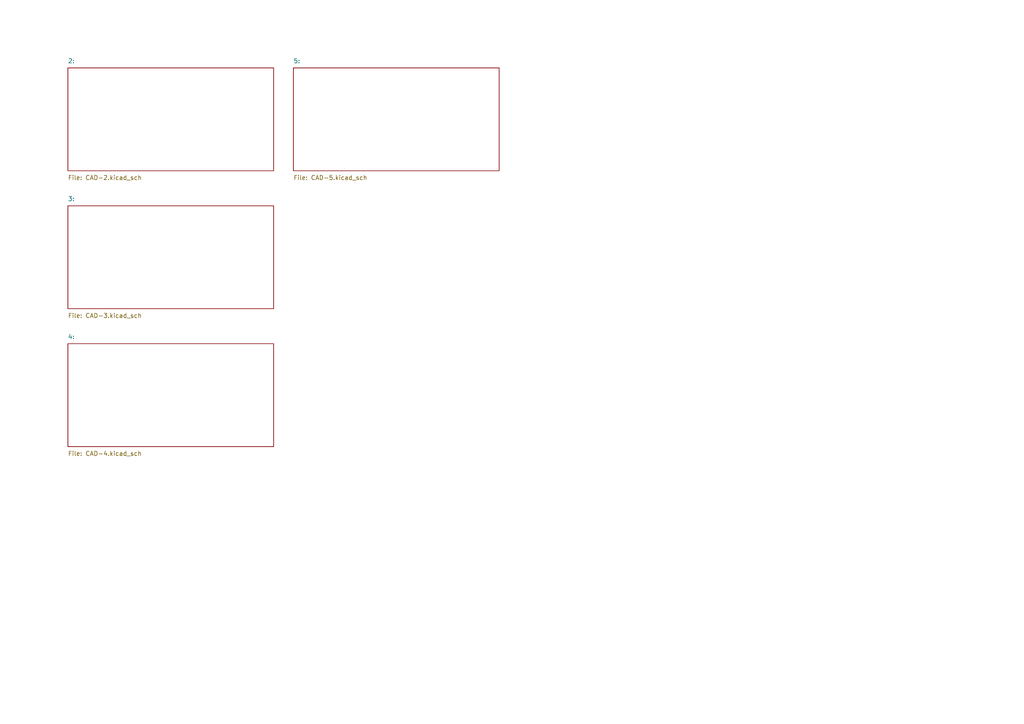
<source format=kicad_sch>
(kicad_sch (version 20230121) (generator jitx)
  (paper "A4")
  (title_block (title "") (date "") (rev "") (company "") (comment 1 "") (comment 2 "") (comment 3 "") (comment 4 ""))
  (lib_symbols
    (symbol "GND"
      (property "Value" "GND" (at -2.54 -3.81 0.0))
      (symbol "GND_1_0"
        (pin power_in line (at 0.0 0.0 270) (length 0.0) (name "GND") (number "~"))
        (polyline (pts (xy 0.0 0.0) (xy 0.0 -1.27)) (stroke (width 0.127)))
        (polyline (pts (xy -1.27 -1.27) (xy 1.27 -1.27)) (stroke (width 0.254)))
        (polyline (pts (xy -0.762 -1.778) (xy 0.762 -1.778)) (stroke (width 0.254)))
        (polyline (pts (xy -0.254 -2.286) (xy 0.254 -2.286)) (stroke (width 0.254)))
      )
    )
    (symbol "header_symbol"
      (property "Reference" "U" (at -2.54 3.81 0.0))
      (property "Value" "header_symbol" (at -2.54 3.175 0.0))
      (symbol "header_symbol_1_0"
        (pin unspecified line (at -5.08 1.27 0) (length 2.54) (name "1") (number "~"))
        (pin unspecified line (at -5.08 -1.27 0) (length 2.54) (name "2") (number "~"))
        (rectangle (start -2.56032 -2.54) (end -0.0203200000000001 2.54) (stroke (width 0.0)))
      )
    )
    (symbol "ALTIUM_POWER_GND_POWER"
      (property "Value" "ALTIUM_POWER_GND_POWER" (at 19.05 -6.35 0.0))
      (symbol "ALTIUM_POWER_GND_POWER_1_0"
        (pin unspecified line (at 0.0 0.0 0) (length 0.0) (name "0") (number "~"))
        (polyline (pts (xy 0.0 0.0) (xy 3.2258 0.0)) (stroke (width 0.127)))
        (polyline (pts (xy 3.2258 -3.556) (xy 3.2258 3.556)) (stroke (width 0.254)))
        (polyline (pts (xy 4.306443 -2.7432) (xy 4.306443 2.7432)) (stroke (width 0.254)))
        (polyline (pts (xy 5.370957 -1.9558) (xy 5.370957 1.9558)) (stroke (width 0.254)))
        (polyline (pts (xy 6.4516 -1.1684) (xy 6.4516 1.1684)) (stroke (width 0.254)))
      )
    )
    (symbol "Sym0402WGJ0750TCE"
      (symbol "Sym0402WGJ0750TCE_1_0"
        (pin unspecified line (at 5.08001016002032 0.0 180) (length 2.54000508001016) (name "2") (number "~"))
        (pin unspecified line (at -5.08001016002032 0.0 0) (length 2.54000508001016) (name "1") (number "~"))
        (rectangle (start -2.54000508001016 -1.01600203200406) (end 2.54000508001016 1.01600203200406) (stroke (width 0.0)))
      )
    )
    (symbol "box_symbol_11L_8R_0T_0B"
      (property "Reference" "U" (at -17.78 16.602 0.0))
      (property "Value" "box_symbol_11L_8R_0T_0B" (at -17.78 15.54 0.0))
      (symbol "box_symbol_11L_8R_0T_0B_1_0"
        (pin unspecified line (at -19.05 12.7 0) (length 2.54) (name "L0") (number "~"))
        (pin unspecified line (at -19.05 10.16 0) (length 2.54) (name "L1") (number "~"))
        (pin unspecified line (at -19.05 7.62 0) (length 2.54) (name "L2") (number "~"))
        (pin unspecified line (at -19.05 5.08 0) (length 2.54) (name "L3") (number "~"))
        (pin unspecified line (at -19.05 2.54 0) (length 2.54) (name "L4") (number "~"))
        (pin unspecified line (at -19.05 0.0 0) (length 2.54) (name "L5") (number "~"))
        (pin unspecified line (at -19.05 -2.54 0) (length 2.54) (name "L6") (number "~"))
        (pin unspecified line (at -19.05 -5.08 0) (length 2.54) (name "L7") (number "~"))
        (pin unspecified line (at -19.05 -7.62 0) (length 2.54) (name "L8") (number "~"))
        (pin unspecified line (at -19.05 -10.16 0) (length 2.54) (name "L9") (number "~"))
        (pin unspecified line (at -19.05 -12.7 0) (length 2.54) (name "L10") (number "~"))
        (pin unspecified line (at 19.05 8.89 180) (length 2.54) (name "R0") (number "~"))
        (pin unspecified line (at 19.05 6.35 180) (length 2.54) (name "R1") (number "~"))
        (pin unspecified line (at 19.05 3.81 180) (length 2.54) (name "R2") (number "~"))
        (pin unspecified line (at 19.05 1.27 180) (length 2.54) (name "R3") (number "~"))
        (pin unspecified line (at 19.05 -1.27 180) (length 2.54) (name "R4") (number "~"))
        (pin unspecified line (at 19.05 -3.81 180) (length 2.54) (name "R5") (number "~"))
        (pin unspecified line (at 19.05 -6.35 180) (length 2.54) (name "R6") (number "~"))
        (pin unspecified line (at 19.05 -8.89 180) (length 2.54) (name "R7") (number "~"))
        (rectangle (start -16.51 -15.24) (end 16.51 15.24) (stroke (width 0.0)))
      )
    )
    (symbol "ground_sym"
      (property "Value" "ground_sym" (at -2.54 -3.81 0.0))
      (symbol "ground_sym_1_0"
        (pin unspecified line (at 0.0 0.0 270) (length 0.0) (name "0") (number "~"))
        (polyline (pts (xy 0.0 0.0) (xy 0.0 -1.27)) (stroke (width 0.127)))
        (polyline (pts (xy -1.27 -1.27) (xy 1.27 -1.27)) (stroke (width 0.254)))
        (polyline (pts (xy -0.762 -1.778) (xy 0.762 -1.778)) (stroke (width 0.254)))
        (polyline (pts (xy -0.254 -2.286) (xy 0.254 -2.286)) (stroke (width 0.254)))
      )
    )
    (symbol "generic_symbol"
      (property "Reference" "U" (at -2.54 3.902 0.0))
      (property "Value" "generic_symbol" (at -2.54 2.84 0.0))
      (symbol "generic_symbol_1_0"
        (rectangle (start -2.54 -2.54) (end 2.54 2.54) (stroke (width 0.0)))
      )
    )
    (symbol "diode_sym"
      (property "Reference" "U" (at 2.54 1.27 0.0))
      (property "Value" "diode_sym" (at 2.54 -1.27 0.0))
      (symbol "diode_sym_1_0"
        (pin unspecified line (at 0.0 2.54 270) (length 0.0) (name "a") (number "~"))
        (pin unspecified line (at 0.0 -2.54 90) (length 0.0) (name "c") (number "~"))
        (circle (center 0.0 0.0) (radius 1.905) (stroke (width 0.0)))
        (polyline (pts (xy 1.27 0.254) (xy 2.286 -0.762)) (stroke (width 0.127)))
        (polyline (pts (xy 1.27 -0.508) (xy 2.286 -1.524)) (stroke (width 0.127)))
        (polyline (pts (xy 1.905 -0.762) (xy 2.286 -0.762) (xy 2.286 -0.381)) (stroke (width 0.127)))
        (polyline (pts (xy 1.905 -1.524) (xy 2.286 -1.524) (xy 2.286 -1.143)) (stroke (width 0.127)))
        (polyline (pts (xy 0.0 2.54) (xy 0.0 1.016)) (stroke (width 0.127)))
        (polyline (pts (xy 0.0 -1.016) (xy 1.27 1.016) (xy -1.27 1.016) (xy 0.0 -1.016)) (stroke (width 0.0)) (fill (type background)))
        (polyline (pts (xy 0.0 -1.016) (xy 0.0 -2.54)) (stroke (width 0.127)))
        (polyline (pts (xy -1.27 -1.016) (xy 1.27 -1.016)) (stroke (width 0.127)))
      )
    )
    (symbol "RS_02K470JT"
      (symbol "RS_02K470JT_1_0"
        (pin unspecified line (at 5.08001016002032 0.0 180) (length 2.54000508001016) (name "2") (number "~"))
        (pin unspecified line (at -5.08001016002032 0.0 0) (length 2.54000508001016) (name "1") (number "~"))
        (rectangle (start -2.54000508001016 -1.01600203200406) (end 2.54000508001016 1.01600203200406) (stroke (width 0.0)))
      )
    )
    (symbol "JITX_symbol"
      (property "Reference" "U" (at -2.54 3.902 0.0))
      (property "Value" "JITX_symbol" (at -2.54 2.84 0.0))
      (symbol "JITX_symbol_1_0"
        (polyline (pts (xy 8.80626775 4.1641535) (xy 9.6444795 5.3075045) (xy 10.64306775 2.736906) (xy 9.40420775 2.7367485) (xy 8.80626775 4.1641535)) (stroke (width 0.0)))
        (polyline (pts (xy 9.6444795 5.3075045) (xy 11.204365675778 7.41173405617841)) (stroke (width 0.0)))
        (arc (start 11.204365675778 7.41173405617841) (mid 11.5715164132218 7.68647346428221) (end 12.02033525 7.780511) (stroke (width 0.0)))
        (polyline (pts (xy 12.02033525 7.780511) (xy 10.7521741568897 7.77915244080762)) (stroke (width 0.0)))
        (arc (start 10.7521741568897 7.77915244080762) (mid 10.3244289019203 7.71659474940583) (end 9.95883526617392 7.48589849585123) (stroke (width 0.0)))
        (polyline (pts (xy 9.95883526617392 7.48589849585123) (xy 9.2135315 6.41686525)) (stroke (width 0.0)))
        (polyline (pts (xy 9.2135315 6.41686525) (xy 9.6444795 5.3075045)) (stroke (width 0.0)))
        (polyline (pts (xy 4.80545275 2.7367835) (xy 5.52213025 2.736801) (xy 6.09744275 6.006396) (xy 7.04751775 6.007796) (xy 7.17619525 6.746366) (xy 6.22827275 6.7467685) (xy 6.35336275 7.4639535) (xy 5.63701775 7.463901) (xy 4.80545275 2.7367835)) (stroke (width 0.0)))
        (arc (start 4.81951158629631 7.46403410472138) (mid 4.56761122169657 7.38909574502682) (end 4.39731705832001 7.1889221969265) (stroke (width 0.0)))
        (polyline (pts (xy 4.39731705832001 7.1889221969265) (xy 4.39731771337896 7.18892347769723)) (stroke (width 0.0)))
        (arc (start 4.39731771337896 7.18892347769723) (mid 4.37903669579069 6.93835280018836) (end 4.54329029777422 6.74824595058332) (stroke (width 0.0)))
        (polyline (pts (xy 4.54329029777422 6.74824595058332) (xy 4.54329042972881 6.74824604286013)) (stroke (width 0.0)))
        (arc (start 4.54329042972881 6.74824604286013) (mid 4.8347064457627 6.7584952028342) (end 5.05014573460892 6.95500029819479) (stroke (width 0.0)))
        (polyline (pts (xy 5.05014573460892 6.95500029819479) (xy 5.0501454400865 6.95500033093321)) (stroke (width 0.0)))
        (arc (start 5.0501454400865 6.95500033093321) (mid 5.11292088648779 7.19473733498076) (end 4.98779016906679 7.4086459400865) (stroke (width 0.0)))
        (polyline (pts (xy 4.98779016906679 7.4086459400865) (xy 4.98779016800714 7.40864611461444)) (stroke (width 0.0)))
        (arc (start 4.98779016800714 7.40864611461444) (mid 4.90690057503162 7.44621327349144) (end 4.81951161284777 7.46403424333775) (stroke (width 0.0)))
        (polyline (pts (xy 4.81951161284777 7.46403424333775) (xy 4.81951158629631 7.46403410472138)) (stroke (width 0.0)))
        (polyline (pts (xy 3.89443775 6.3231635) (xy 3.17699025 6.3231985)) (stroke (width 0.0)))
        (polyline (pts (xy 3.17699025 6.3231985) (xy 2.52209151060913 2.60191506576061)) (stroke (width 0.0)))
        (arc (start 2.52209151060913 2.60191506576061) (mid 2.05675349031717 1.92653195318543) (end 1.2808715 1.660658) (stroke (width 0.0)))
        (polyline (pts (xy 1.2808715 1.660658) (xy 1.16204986761718 0.946150157081704)) (stroke (width 0.0)))
        (arc (start 1.16204986761718 0.946150157081704) (mid 2.47433952610446 1.46740670189427) (end 3.24900260539611 2.64796150657934) (stroke (width 0.0)))
        (polyline (pts (xy 3.24900260539611 2.64796150657934) (xy 3.89443775 6.3231635)) (stroke (width 0.0)))
        (arc (start 4.6536755 2.739566) (mid 4.47355971115545 2.84819051977396) (end 4.42300775 3.05236075) (stroke (width 0.0)))
        (polyline (pts (xy 4.42300775 3.05236075) (xy 4.93274772036982 5.99834598533872)) (stroke (width 0.0)))
        (arc (start 4.93274772036982 5.99834598533872) (mid 4.87164254214732 6.21359196465728) (end 4.67623276466128 6.32258597036982) (stroke (width 0.0)))
        (polyline (pts (xy 4.67623276466128 6.32258597036982) (xy 4.03524193183806 6.32123973631567)) (stroke (width 0.0)))
        (arc (start 4.03524193183806 6.32123973631567) (mid 4.22213158850411 6.21328643348833) (end 4.27976525 6.005296) (stroke (width 0.0)))
        (polyline (pts (xy 4.27976525 6.005296) (xy 3.7661802699951 3.02495606296363)) (stroke (width 0.0)))
        (arc (start 3.7661802699951 3.02495606296363) (mid 3.84086820737184 2.8260933338554) (end 4.03429774834461 2.73828851794516) (stroke (width 0.0)))
        (polyline (pts (xy 4.03429774834461 2.73828851794516) (xy 4.6536755 2.739566)) (stroke (width 0.0)))
        (polyline (pts (xy 8.80626775 4.1641535) (xy 9.6444795 5.3075045)) (stroke (width 0.0)))
        (polyline (pts (xy 9.6444795 5.3075045) (xy 9.2135315 6.41686525)) (stroke (width 0.0)))
        (polyline (pts (xy 9.2135315 6.41686525) (xy 8.68532525 7.776591)) (stroke (width 0.0)))
        (polyline (pts (xy 8.68532525 7.776591) (xy 7.36731275 7.777781)) (stroke (width 0.0)))
        (polyline (pts (xy 7.36731275 7.777781) (xy 8.31381775 5.253301)) (stroke (width 0.0)))
        (polyline (pts (xy 8.31381775 5.253301) (xy 6.69911401210568 3.12239450877699)) (stroke (width 0.0)))
        (arc (start 6.69911401210568 3.12239450877699) (mid 6.34438927313888 2.86083653042072) (end 5.92142775 2.7369585) (stroke (width 0.0)))
        (polyline (pts (xy 5.92142775 2.7369585) (xy 7.20697795987015 2.73714213727357)) (stroke (width 0.0)))
        (arc (start 7.20697795987015 2.73714213727357) (mid 7.6509829133912 2.835530220617) (end 8.01080546865927 3.11364592030973) (stroke (width 0.0)))
        (polyline (pts (xy 8.01080546865927 3.11364592030973) (xy 8.80626775 4.1641535)) (stroke (width 0.0)))
      )
    )
    (symbol "test_point_sym"
      (property "Reference" "U" (at -2.54 1.905 0.0))
      (symbol "test_point_sym_1_0"
        (pin unspecified line (at 2.54 0.0 180) (length 0.0) (name "p") (number "~"))
        (circle (center -1.27 0.0) (radius 0.635) (stroke (width 0.0)))
        (polyline (pts (xy -0.635 0.0) (xy 2.54 0.0)) (stroke (width 0.254)))
      )
    )
    (symbol "RS_02K470JT_1"
      (symbol "RS_02K470JT_1_1_0"
        (pin unspecified line (at 5.08001016002032 0.0 180) (length 2.54000508001016) (name "2") (number "~"))
        (pin unspecified line (at -5.08001016002032 0.0 0) (length 2.54000508001016) (name "1") (number "~"))
        (rectangle (start -2.54000508001016 -1.01600203200406) (end 2.54000508001016 1.01600203200406) (stroke (width 0.0)))
      )
    )
    (symbol "unplated_hole_sym"
      (property "Reference" "U" (at -2.54 1.905 0.0))
      (symbol "unplated_hole_sym_1_0"
        (circle (center -1.27 0.0) (radius 0.635) (stroke (width 0.0)) (fill (type background)))
        (circle (center -1.27 0.0) (radius 1.143) (stroke (width 0.0)))
      )
    )
    (symbol "CC2"
      (property "Reference" "TXT" (at -2.54 3.902 0.0))
      (property "Value" "CC2" (at -2.54 2.84 0.0))
      (symbol "CC2_1_0"
        (rectangle (start -2.54 -2.54) (end 2.54 2.54) (stroke (width 0.0)))
      )
    )
    (symbol "C1096"
      (symbol "C1096_1_0"
        (pin unspecified line (at 5.08001016002032 0.0 180) (length 2.54000508001016) (name "2") (number "2"))
        (pin unspecified line (at -5.08001016002032 0.0 0) (length 2.54000508001016) (name "1") (number "1"))
        (rectangle (start -2.54000508001016 -1.01600203200406) (end 2.54000508001016 1.01600203200406) (stroke (width 0.0)))
      )
    )
    (symbol "LED_maker_ROYGBIV"
      (property "Reference" "LED" (at 2.54 1.27 0.0))
      (property "Value" "LED_maker_ROYGBIV" (at 2.54 -1.27 0.0))
      (symbol "LED_maker_ROYGBIV_1_0"
        (pin unspecified line (at 0.0 2.54 270) (length 0.0) (name "a") (number "1"))
        (pin unspecified line (at 0.0 -2.54 90) (length 0.0) (name "c") (number "2"))
        (circle (center 0.0 0.0) (radius 1.905) (stroke (width 0.0)))
        (polyline (pts (xy 1.27 0.254) (xy 2.286 -0.762)) (stroke (width 0.127)))
        (polyline (pts (xy 1.27 -0.508) (xy 2.286 -1.524)) (stroke (width 0.127)))
        (polyline (pts (xy 1.905 -0.762) (xy 2.286 -0.762) (xy 2.286 -0.381)) (stroke (width 0.127)))
        (polyline (pts (xy 1.905 -1.524) (xy 2.286 -1.524) (xy 2.286 -1.143)) (stroke (width 0.127)))
        (polyline (pts (xy 0.0 2.54) (xy 0.0 1.016)) (stroke (width 0.127)))
        (polyline (pts (xy 0.0 -1.016) (xy 1.27 1.016) (xy -1.27 1.016) (xy 0.0 -1.016)) (stroke (width 0.0)) (fill (type background)))
        (polyline (pts (xy 0.0 -1.016) (xy 0.0 -2.54)) (stroke (width 0.127)))
        (polyline (pts (xy -1.27 -1.016) (xy 1.27 -1.016)) (stroke (width 0.127)))
      )
    )
    (symbol "DP2"
      (property "Reference" "TXT" (at -2.54 3.902 0.0))
      (property "Value" "DP2" (at -2.54 2.84 0.0))
      (symbol "DP2_1_0"
        (rectangle (start -2.54 -2.54) (end 2.54 2.54) (stroke (width 0.0)))
      )
    )
    (symbol "SSRXN1"
      (property "Reference" "TXT" (at -2.54 3.902 0.0))
      (property "Value" "SSRXN1" (at -2.54 2.84 0.0))
      (symbol "SSRXN1_1_0"
        (rectangle (start -2.54 -2.54) (end 2.54 2.54) (stroke (width 0.0)))
      )
    )
    (symbol "SSTXN1"
      (property "Reference" "TXT" (at -2.54 3.902 0.0))
      (property "Value" "SSTXN1" (at -2.54 2.84 0.0))
      (symbol "SSTXN1_1_0"
        (rectangle (start -2.54 -2.54) (end 2.54 2.54) (stroke (width 0.0)))
      )
    )
    (symbol "C1096_1"
      (symbol "C1096_1_1_0"
        (pin unspecified line (at 5.08001016002032 0.0 180) (length 2.54000508001016) (name "2") (number "2"))
        (pin unspecified line (at -5.08001016002032 0.0 0) (length 2.54000508001016) (name "1") (number "1"))
        (rectangle (start -2.54000508001016 -1.01600203200406) (end 2.54000508001016 1.01600203200406) (stroke (width 0.0)))
      )
    )
    (symbol "DN1"
      (property "Reference" "TXT" (at -2.54 3.902 0.0))
      (property "Value" "DN1" (at -2.54 2.84 0.0))
      (symbol "DN1_1_0"
        (rectangle (start -2.54 -2.54) (end 2.54 2.54) (stroke (width 0.0)))
      )
    )
    (symbol "USB_C_Cable_Tester___Version_0_1_2023_03_09"
      (property "Reference" "TXT" (at -2.54 3.902 0.0))
      (property "Value" "USB_C_Cable_Tester___Version_0_1_2023_03_09" (at -2.54 2.84 0.0))
      (symbol "USB_C_Cable_Tester___Version_0_1_2023_03_09_1_0"
        (rectangle (start -2.54 -2.54) (end 2.54 2.54) (stroke (width 0.0)))
      )
    )
    (symbol "SSRXN2"
      (property "Reference" "TXT" (at -2.54 3.902 0.0))
      (property "Value" "SSRXN2" (at -2.54 2.84 0.0))
      (symbol "SSRXN2_1_0"
        (rectangle (start -2.54 -2.54) (end 2.54 2.54) (stroke (width 0.0)))
      )
    )
    (symbol "JITX"
      (property "Reference" "JITX" (at -2.54 3.902 0.0))
      (property "Value" "JITX" (at -2.54 2.84 0.0))
      (symbol "JITX_1_0"
        (polyline (pts (xy 8.80626775 4.1641535) (xy 9.6444795 5.3075045) (xy 10.64306775 2.736906) (xy 9.40420775 2.7367485) (xy 8.80626775 4.1641535)) (stroke (width 0.0)))
        (polyline (pts (xy 9.6444795 5.3075045) (xy 11.204365675778 7.41173405617841)) (stroke (width 0.0)))
        (arc (start 11.204365675778 7.41173405617841) (mid 11.5715164132218 7.68647346428221) (end 12.02033525 7.780511) (stroke (width 0.0)))
        (polyline (pts (xy 12.02033525 7.780511) (xy 10.7521741568897 7.77915244080762)) (stroke (width 0.0)))
        (arc (start 10.7521741568897 7.77915244080762) (mid 10.3244289019203 7.71659474940583) (end 9.95883526617392 7.48589849585123) (stroke (width 0.0)))
        (polyline (pts (xy 9.95883526617392 7.48589849585123) (xy 9.2135315 6.41686525)) (stroke (width 0.0)))
        (polyline (pts (xy 9.2135315 6.41686525) (xy 9.6444795 5.3075045)) (stroke (width 0.0)))
        (polyline (pts (xy 4.80545275 2.7367835) (xy 5.52213025 2.736801) (xy 6.09744275 6.006396) (xy 7.04751775 6.007796) (xy 7.17619525 6.746366) (xy 6.22827275 6.7467685) (xy 6.35336275 7.4639535) (xy 5.63701775 7.463901) (xy 4.80545275 2.7367835)) (stroke (width 0.0)))
        (arc (start 4.81951158629631 7.46403410472138) (mid 4.56761122169657 7.38909574502682) (end 4.39731705832001 7.1889221969265) (stroke (width 0.0)))
        (polyline (pts (xy 4.39731705832001 7.1889221969265) (xy 4.39731771337896 7.18892347769723)) (stroke (width 0.0)))
        (arc (start 4.39731771337896 7.18892347769723) (mid 4.37903669579069 6.93835280018836) (end 4.54329029777422 6.74824595058332) (stroke (width 0.0)))
        (polyline (pts (xy 4.54329029777422 6.74824595058332) (xy 4.54329042972881 6.74824604286013)) (stroke (width 0.0)))
        (arc (start 4.54329042972881 6.74824604286013) (mid 4.8347064457627 6.7584952028342) (end 5.05014573460892 6.95500029819479) (stroke (width 0.0)))
        (polyline (pts (xy 5.05014573460892 6.95500029819479) (xy 5.0501454400865 6.95500033093321)) (stroke (width 0.0)))
        (arc (start 5.0501454400865 6.95500033093321) (mid 5.11292088648779 7.19473733498076) (end 4.98779016906679 7.4086459400865) (stroke (width 0.0)))
        (polyline (pts (xy 4.98779016906679 7.4086459400865) (xy 4.98779016800714 7.40864611461444)) (stroke (width 0.0)))
        (arc (start 4.98779016800714 7.40864611461444) (mid 4.90690057503162 7.44621327349144) (end 4.81951161284777 7.46403424333775) (stroke (width 0.0)))
        (polyline (pts (xy 4.81951161284777 7.46403424333775) (xy 4.81951158629631 7.46403410472138)) (stroke (width 0.0)))
        (polyline (pts (xy 3.89443775 6.3231635) (xy 3.17699025 6.3231985)) (stroke (width 0.0)))
        (polyline (pts (xy 3.17699025 6.3231985) (xy 2.52209151060913 2.60191506576061)) (stroke (width 0.0)))
        (arc (start 2.52209151060913 2.60191506576061) (mid 2.05675349031717 1.92653195318543) (end 1.2808715 1.660658) (stroke (width 0.0)))
        (polyline (pts (xy 1.2808715 1.660658) (xy 1.16204986761718 0.946150157081704)) (stroke (width 0.0)))
        (arc (start 1.16204986761718 0.946150157081704) (mid 2.47433952610446 1.46740670189427) (end 3.24900260539611 2.64796150657934) (stroke (width 0.0)))
        (polyline (pts (xy 3.24900260539611 2.64796150657934) (xy 3.89443775 6.3231635)) (stroke (width 0.0)))
        (arc (start 4.6536755 2.739566) (mid 4.47355971115545 2.84819051977396) (end 4.42300775 3.05236075) (stroke (width 0.0)))
        (polyline (pts (xy 4.42300775 3.05236075) (xy 4.93274772036982 5.99834598533872)) (stroke (width 0.0)))
        (arc (start 4.93274772036982 5.99834598533872) (mid 4.87164254214732 6.21359196465728) (end 4.67623276466128 6.32258597036982) (stroke (width 0.0)))
        (polyline (pts (xy 4.67623276466128 6.32258597036982) (xy 4.03524193183806 6.32123973631567)) (stroke (width 0.0)))
        (arc (start 4.03524193183806 6.32123973631567) (mid 4.22213158850411 6.21328643348833) (end 4.27976525 6.005296) (stroke (width 0.0)))
        (polyline (pts (xy 4.27976525 6.005296) (xy 3.7661802699951 3.02495606296363)) (stroke (width 0.0)))
        (arc (start 3.7661802699951 3.02495606296363) (mid 3.84086820737184 2.8260933338554) (end 4.03429774834461 2.73828851794516) (stroke (width 0.0)))
        (polyline (pts (xy 4.03429774834461 2.73828851794516) (xy 4.6536755 2.739566)) (stroke (width 0.0)))
        (polyline (pts (xy 8.80626775 4.1641535) (xy 9.6444795 5.3075045)) (stroke (width 0.0)))
        (polyline (pts (xy 9.6444795 5.3075045) (xy 9.2135315 6.41686525)) (stroke (width 0.0)))
        (polyline (pts (xy 9.2135315 6.41686525) (xy 8.68532525 7.776591)) (stroke (width 0.0)))
        (polyline (pts (xy 8.68532525 7.776591) (xy 7.36731275 7.777781)) (stroke (width 0.0)))
        (polyline (pts (xy 7.36731275 7.777781) (xy 8.31381775 5.253301)) (stroke (width 0.0)))
        (polyline (pts (xy 8.31381775 5.253301) (xy 6.69911401210568 3.12239450877699)) (stroke (width 0.0)))
        (arc (start 6.69911401210568 3.12239450877699) (mid 6.34438927313888 2.86083653042072) (end 5.92142775 2.7369585) (stroke (width 0.0)))
        (polyline (pts (xy 5.92142775 2.7369585) (xy 7.20697795987015 2.73714213727357)) (stroke (width 0.0)))
        (arc (start 7.20697795987015 2.73714213727357) (mid 7.6509829133912 2.835530220617) (end 8.01080546865927 3.11364592030973) (stroke (width 0.0)))
        (polyline (pts (xy 8.01080546865927 3.11364592030973) (xy 8.80626775 4.1641535)) (stroke (width 0.0)))
      )
    )
    (symbol "component"
      (property "Reference" "B" (at -2.54 3.81 0.0))
      (property "Value" "component" (at -2.54 3.175 0.0))
      (symbol "component_1_0"
        (pin unspecified line (at -5.08 1.27 0) (length 2.54) (name "power_vdd") (number "1"))
        (pin unspecified line (at -5.08 -1.27 0) (length 2.54) (name "power_gnd") (number "2"))
        (rectangle (start -2.56032 -2.54) (end -0.0203200000000001 2.54) (stroke (width 0.0)))
      )
    )
    (symbol "gen_testpad"
      (property "Reference" "U" (at -2.54 1.905 0.0))
      (symbol "gen_testpad_1_0"
        (pin unspecified line (at 2.54 0.0 180) (length 0.0) (name "p") (number "tp"))
        (circle (center -1.27 0.0) (radius 0.635) (stroke (width 0.0)))
        (polyline (pts (xy -0.635 0.0) (xy 2.54 0.0)) (stroke (width 0.254)))
      )
    )
    (symbol "DN2"
      (property "Reference" "TXT" (at -2.54 3.902 0.0))
      (property "Value" "DN2" (at -2.54 2.84 0.0))
      (symbol "DN2_1_0"
        (rectangle (start -2.54 -2.54) (end 2.54 2.54) (stroke (width 0.0)))
      )
    )
    (symbol "SSRXP1"
      (property "Reference" "TXT" (at -2.54 3.902 0.0))
      (property "Value" "SSRXP1" (at -2.54 2.84 0.0))
      (symbol "SSRXP1_1_0"
        (rectangle (start -2.54 -2.54) (end 2.54 2.54) (stroke (width 0.0)))
      )
    )
    (symbol "Generic_Mounting_Hole"
      (property "Reference" "U" (at -2.54 1.905 0.0))
      (symbol "Generic_Mounting_Hole_1_0"
        (circle (center -1.27 0.0) (radius 0.635) (stroke (width 0.0)) (fill (type background)))
        (circle (center -1.27 0.0) (radius 1.143) (stroke (width 0.0)))
      )
    )
    (symbol "CC1"
      (property "Reference" "TXT" (at -2.54 3.902 0.0))
      (property "Value" "CC1" (at -2.54 2.84 0.0))
      (symbol "CC1_1_0"
        (rectangle (start -2.54 -2.54) (end 2.54 2.54) (stroke (width 0.0)))
      )
    )
    (symbol "SSTXP2"
      (property "Reference" "TXT" (at -2.54 3.902 0.0))
      (property "Value" "SSTXP2" (at -2.54 2.84 0.0))
      (symbol "SSTXP2_1_0"
        (rectangle (start -2.54 -2.54) (end 2.54 2.54) (stroke (width 0.0)))
      )
    )
    (symbol "SBU1"
      (property "Reference" "TXT" (at -2.54 3.902 0.0))
      (property "Value" "SBU1" (at -2.54 2.84 0.0))
      (symbol "SBU1_1_0"
        (rectangle (start -2.54 -2.54) (end 2.54 2.54) (stroke (width 0.0)))
      )
    )
    (symbol "SSRXP2"
      (property "Reference" "TXT" (at -2.54 3.902 0.0))
      (property "Value" "SSRXP2" (at -2.54 2.84 0.0))
      (symbol "SSRXP2_1_0"
        (rectangle (start -2.54 -2.54) (end 2.54 2.54) (stroke (width 0.0)))
      )
    )
    (symbol "component_1"
      (property "Reference" "U" (at -17.78 16.602 0.0))
      (property "Value" "component_1" (at -17.78 15.54 0.0))
      (symbol "component_1_1_0"
        (pin unspecified line (at -19.05 12.7 0) (length 2.54) (name "usb-c-pinout_SSRXN2") (number "A10"))
        (pin unspecified line (at -19.05 10.16 0) (length 2.54) (name "usb-c-pinout_SSRXP2") (number "A11"))
        (pin unspecified line (at -19.05 7.62 0) (length 2.54) (name "usb-c-pinout_GND") (number "B1"))
        (pin unspecified line (at -19.05 7.62 0) (length 0.0) (name "usb-c-pinout_GND") (number "B12"))
        (pin unspecified line (at -19.05 7.62 0) (length 0.0) (name "usb-c-pinout_GND") (number "A1"))
        (pin unspecified line (at -19.05 7.62 0) (length 0.0) (name "usb-c-pinout_GND") (number "A12"))
        (pin unspecified line (at -19.05 5.08 0) (length 2.54) (name "usb-c-pinout_SSTXP1") (number "A2"))
        (pin unspecified line (at -19.05 2.54 0) (length 2.54) (name "usb-c-pinout_SSTXN1") (number "A3"))
        (pin unspecified line (at -19.05 0.0 0) (length 2.54) (name "usb-c-pinout_CC1") (number "A5"))
        (pin unspecified line (at -19.05 -2.54 0) (length 2.54) (name "usb-c-pinout_DP1") (number "A6"))
        (pin unspecified line (at -19.05 -5.08 0) (length 2.54) (name "usb-c-pinout_DN1") (number "A7"))
        (pin unspecified line (at -19.05 -7.62 0) (length 2.54) (name "usb-c-pinout_SBU1") (number "A8"))
        (pin unspecified line (at -19.05 -10.16 0) (length 2.54) (name "usb-c-pinout_VBUS") (number "B4"))
        (pin unspecified line (at -19.05 -10.16 0) (length 0.0) (name "usb-c-pinout_VBUS") (number "B9"))
        (pin unspecified line (at -19.05 -10.16 0) (length 0.0) (name "usb-c-pinout_VBUS") (number "A4"))
        (pin unspecified line (at -19.05 -10.16 0) (length 0.0) (name "usb-c-pinout_VBUS") (number "A9"))
        (pin unspecified line (at -19.05 -12.7 0) (length 2.54) (name "usb-c-pinout_shield") (number "S1"))
        (pin unspecified line (at -19.05 -12.7 0) (length 0.0) (name "usb-c-pinout_shield") (number "S2"))
        (pin unspecified line (at -19.05 -12.7 0) (length 0.0) (name "usb-c-pinout_shield") (number "S3"))
        (pin unspecified line (at -19.05 -12.7 0) (length 0.0) (name "usb-c-pinout_shield") (number "S4"))
        (pin unspecified line (at 19.05 8.89 180) (length 2.54) (name "usb-c-pinout_SSRXN1") (number "B10"))
        (pin unspecified line (at 19.05 6.35 180) (length 2.54) (name "usb-c-pinout_SSRXP1") (number "B11"))
        (pin unspecified line (at 19.05 3.81 180) (length 2.54) (name "usb-c-pinout_SSTXP2") (number "B2"))
        (pin unspecified line (at 19.05 1.27 180) (length 2.54) (name "usb-c-pinout_SSTXN2") (number "B3"))
        (pin unspecified line (at 19.05 -1.27 180) (length 2.54) (name "usb-c-pinout_CC2") (number "B5"))
        (pin unspecified line (at 19.05 -3.81 180) (length 2.54) (name "usb-c-pinout_DP2") (number "B6"))
        (pin unspecified line (at 19.05 -6.35 180) (length 2.54) (name "usb-c-pinout_DN2") (number "B7"))
        (pin unspecified line (at 19.05 -8.89 180) (length 2.54) (name "usb-c-pinout_SBU2") (number "B8"))
        (rectangle (start -16.51 -15.24) (end 16.51 15.24) (stroke (width 0.0)))
      )
    )
    (symbol "LED_maker_ROYGBIV_1"
      (property "Reference" "LED" (at 2.54 1.27 0.0))
      (property "Value" "LED_maker_ROYGBIV_1" (at 2.54 -1.27 0.0))
      (symbol "LED_maker_ROYGBIV_1_1_0"
        (pin unspecified line (at 0.0 2.54 270) (length 0.0) (name "a") (number "1"))
        (pin unspecified line (at 0.0 -2.54 90) (length 0.0) (name "c") (number "2"))
        (circle (center 0.0 0.0) (radius 1.905) (stroke (width 0.0)))
        (polyline (pts (xy 1.27 0.254) (xy 2.286 -0.762)) (stroke (width 0.127)))
        (polyline (pts (xy 1.27 -0.508) (xy 2.286 -1.524)) (stroke (width 0.127)))
        (polyline (pts (xy 1.905 -0.762) (xy 2.286 -0.762) (xy 2.286 -0.381)) (stroke (width 0.127)))
        (polyline (pts (xy 1.905 -1.524) (xy 2.286 -1.524) (xy 2.286 -1.143)) (stroke (width 0.127)))
        (polyline (pts (xy 0.0 2.54) (xy 0.0 1.016)) (stroke (width 0.127)))
        (polyline (pts (xy 0.0 -1.016) (xy 1.27 1.016) (xy -1.27 1.016) (xy 0.0 -1.016)) (stroke (width 0.0)) (fill (type background)))
        (polyline (pts (xy 0.0 -1.016) (xy 0.0 -2.54)) (stroke (width 0.127)))
        (polyline (pts (xy -1.27 -1.016) (xy 1.27 -1.016)) (stroke (width 0.127)))
      )
    )
    (symbol "SSTXN2"
      (property "Reference" "TXT" (at -2.54 3.902 0.0))
      (property "Value" "SSTXN2" (at -2.54 2.84 0.0))
      (symbol "SSTXN2_1_0"
        (rectangle (start -2.54 -2.54) (end 2.54 2.54) (stroke (width 0.0)))
      )
    )
    (symbol "SBU2"
      (property "Reference" "TXT" (at -2.54 3.902 0.0))
      (property "Value" "SBU2" (at -2.54 2.84 0.0))
      (symbol "SBU2_1_0"
        (rectangle (start -2.54 -2.54) (end 2.54 2.54) (stroke (width 0.0)))
      )
    )
    (symbol "SSTXP1"
      (property "Reference" "TXT" (at -2.54 3.902 0.0))
      (property "Value" "SSTXP1" (at -2.54 2.84 0.0))
      (symbol "SSTXP1_1_0"
        (rectangle (start -2.54 -2.54) (end 2.54 2.54) (stroke (width 0.0)))
      )
    )
    (symbol "DP1"
      (property "Reference" "TXT" (at -2.54 3.902 0.0))
      (property "Value" "DP1" (at -2.54 2.84 0.0))
      (symbol "DP1_1_0"
        (rectangle (start -2.54 -2.54) (end 2.54 2.54) (stroke (width 0.0)))
      )
    )
    (symbol "C25180"
      (symbol "C25180_1_0"
        (pin unspecified line (at 5.08001016002032 0.0 180) (length 2.54000508001016) (name "2") (number "2"))
        (pin unspecified line (at -5.08001016002032 0.0 0) (length 2.54000508001016) (name "1") (number "1"))
        (rectangle (start -2.54000508001016 -1.01600203200406) (end 2.54000508001016 1.01600203200406) (stroke (width 0.0)))
      )
    )
    (symbol "LED_maker_ROYGBIV_2"
      (property "Reference" "LED" (at 2.54 1.27 0.0))
      (property "Value" "LED_maker_ROYGBIV_2" (at 2.54 -1.27 0.0))
      (symbol "LED_maker_ROYGBIV_2_1_0"
        (pin unspecified line (at 0.0 2.54 270) (length 0.0) (name "a") (number "1"))
        (pin unspecified line (at 0.0 -2.54 90) (length 0.0) (name "c") (number "2"))
        (circle (center 0.0 0.0) (radius 1.905) (stroke (width 0.0)))
        (polyline (pts (xy 1.27 0.254) (xy 2.286 -0.762)) (stroke (width 0.127)))
        (polyline (pts (xy 1.27 -0.508) (xy 2.286 -1.524)) (stroke (width 0.127)))
        (polyline (pts (xy 1.905 -0.762) (xy 2.286 -0.762) (xy 2.286 -0.381)) (stroke (width 0.127)))
        (polyline (pts (xy 1.905 -1.524) (xy 2.286 -1.524) (xy 2.286 -1.143)) (stroke (width 0.127)))
        (polyline (pts (xy 0.0 2.54) (xy 0.0 1.016)) (stroke (width 0.127)))
        (polyline (pts (xy 0.0 -1.016) (xy 1.27 1.016) (xy -1.27 1.016) (xy 0.0 -1.016)) (stroke (width 0.0)) (fill (type background)))
        (polyline (pts (xy 0.0 -1.016) (xy 0.0 -2.54)) (stroke (width 0.127)))
        (polyline (pts (xy -1.27 -1.016) (xy 1.27 -1.016)) (stroke (width 0.127)))
      )
    )
    (symbol "VBUS"
      (property "Reference" "TXT" (at -2.54 3.902 0.0))
      (property "Value" "VBUS" (at -2.54 2.84 0.0))
      (symbol "VBUS_1_0"
        (rectangle (start -2.54 -2.54) (end 2.54 2.54) (stroke (width 0.0)))
      )
    )
    (symbol "GND_usb"
      (property "Reference" "TXT" (at -2.54 3.902 0.0))
      (property "Value" "GND_usb" (at -2.54 2.84 0.0))
      (symbol "GND_usb_1_0"
        (rectangle (start -2.54 -2.54) (end 2.54 2.54) (stroke (width 0.0)))
      )
    )
  )
  (sheet (at 19.685 19.685) (size 59.69 29.845) (stroke (width 0.1524))
    (property "Sheet name" "2: " (at 19.685 18.415 0) (effects (justify left bottom)))
    (property "Sheet file" "CAD-2.kicad_sch" (at 19.685 50.8 0) (effects (justify left top)))
  )
  (sheet (at 19.685 59.69) (size 59.69 29.845) (stroke (width 0.1524))
    (property "Sheet name" "3: " (at 19.685 58.42 0) (effects (justify left bottom)))
    (property "Sheet file" "CAD-3.kicad_sch" (at 19.685 90.805 0) (effects (justify left top)))
  )
  (sheet (at 19.685 99.695) (size 59.69 29.845) (stroke (width 0.1524))
    (property "Sheet name" "4: " (at 19.685 98.425 0) (effects (justify left bottom)))
    (property "Sheet file" "CAD-4.kicad_sch" (at 19.685 130.81 0) (effects (justify left top)))
  )
  (sheet (at 85.09 19.685) (size 59.69 29.845) (stroke (width 0.1524))
    (property "Sheet name" "5: " (at 85.09 18.415 0) (effects (justify left bottom)))
    (property "Sheet file" "CAD-5.kicad_sch" (at 85.09 50.8 0) (effects (justify left top)))
  )
)
</source>
